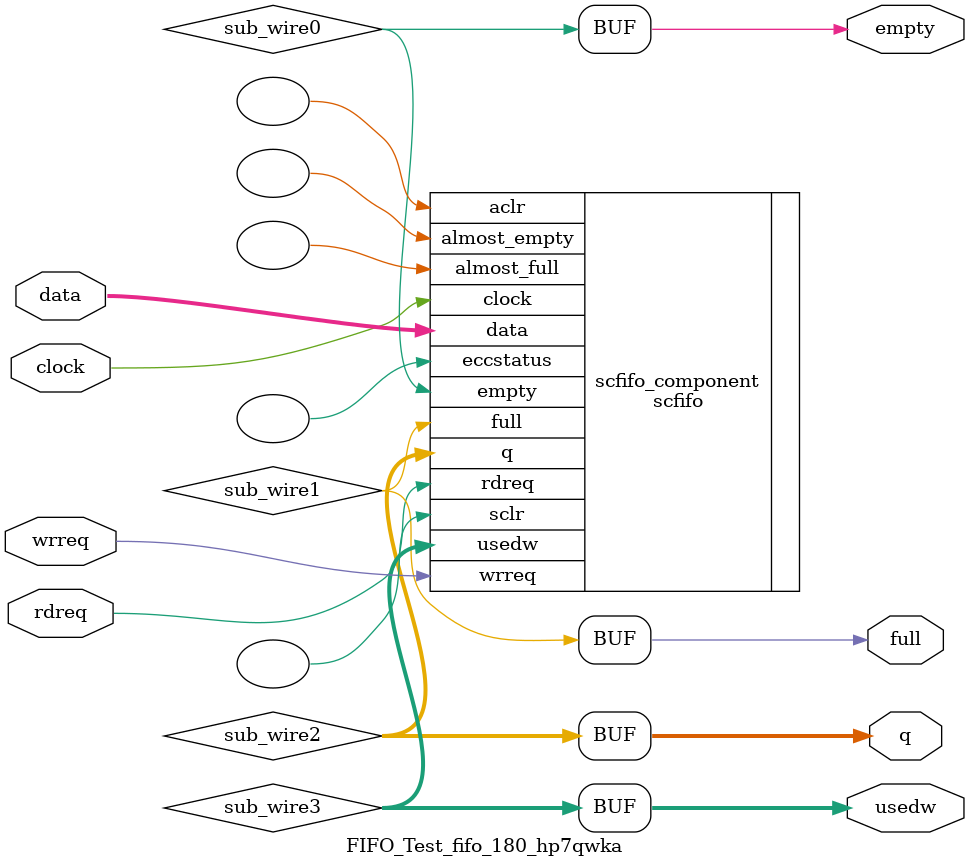
<source format=v>



`timescale 1 ps / 1 ps
// synopsys translate_on
module  FIFO_Test_fifo_180_hp7qwka  (
    clock,
    data,
    rdreq,
    wrreq,
    empty,
    full,
    q,
    usedw);

    input    clock;
    input  [31:0]  data;
    input    rdreq;
    input    wrreq;
    output   empty;
    output   full;
    output [31:0]  q;
    output [4:0]  usedw;

    wire  sub_wire0;
    wire  sub_wire1;
    wire [31:0] sub_wire2;
    wire [4:0] sub_wire3;
    wire  empty = sub_wire0;
    wire  full = sub_wire1;
    wire [31:0] q = sub_wire2[31:0];
    wire [4:0] usedw = sub_wire3[4:0];

    scfifo  scfifo_component (
                .clock (clock),
                .data (data),
                .rdreq (rdreq),
                .wrreq (wrreq),
                .empty (sub_wire0),
                .full (sub_wire1),
                .q (sub_wire2),
                .usedw (sub_wire3),
                .aclr (),
                .almost_empty (),
                .almost_full (),
                .eccstatus (),
                .sclr ());
    defparam
        scfifo_component.add_ram_output_register  = "OFF",
        scfifo_component.enable_ecc  = "FALSE",
        scfifo_component.intended_device_family  = "Stratix 10",
        scfifo_component.lpm_numwords  = 32,
        scfifo_component.lpm_showahead  = "OFF",
        scfifo_component.lpm_type  = "scfifo",
        scfifo_component.lpm_width  = 32,
        scfifo_component.lpm_widthu  = 5,
        scfifo_component.overflow_checking  = "ON",
        scfifo_component.underflow_checking  = "ON",
        scfifo_component.use_eab  = "ON";


endmodule



</source>
